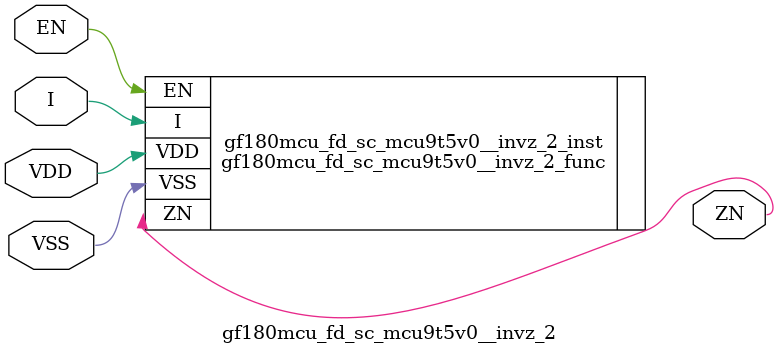
<source format=v>

module gf180mcu_fd_sc_mcu9t5v0__invz_2( EN, ZN, I, VDD, VSS );
input EN, I;
inout VDD, VSS;
output ZN;

   `ifdef FUNCTIONAL  //  functional //

	gf180mcu_fd_sc_mcu9t5v0__invz_2_func gf180mcu_fd_sc_mcu9t5v0__invz_2_behav_inst(.EN(EN),.ZN(ZN),.I(I),.VDD(VDD),.VSS(VSS));

   `else

	gf180mcu_fd_sc_mcu9t5v0__invz_2_func gf180mcu_fd_sc_mcu9t5v0__invz_2_inst(.EN(EN),.ZN(ZN),.I(I),.VDD(VDD),.VSS(VSS));

	// spec_gates_begin


	// spec_gates_end



   specify

	// specify_block_begin

	// comb arc EN --> ZN
	 (EN => ZN) = (1.0,1.0);

	// comb arc I --> ZN
	 (I => ZN) = (1.0,1.0);

	// specify_block_end

   endspecify

   `endif

endmodule

</source>
